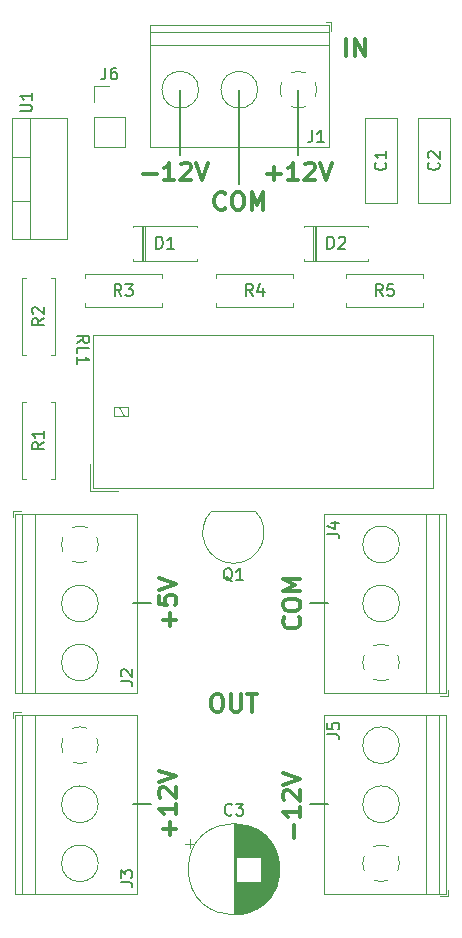
<source format=gbr>
G04 #@! TF.GenerationSoftware,KiCad,Pcbnew,(5.0.0)*
G04 #@! TF.CreationDate,2018-11-09T21:51:42+01:00*
G04 #@! TF.ProjectId,PSUCompanion,505355436F6D70616E696F6E2E6B6963,rev?*
G04 #@! TF.SameCoordinates,Original*
G04 #@! TF.FileFunction,Legend,Top*
G04 #@! TF.FilePolarity,Positive*
%FSLAX46Y46*%
G04 Gerber Fmt 4.6, Leading zero omitted, Abs format (unit mm)*
G04 Created by KiCad (PCBNEW (5.0.0)) date 11/09/18 21:51:42*
%MOMM*%
%LPD*%
G01*
G04 APERTURE LIST*
%ADD10C,0.150000*%
%ADD11C,0.300000*%
%ADD12C,0.120000*%
G04 APERTURE END LIST*
D10*
X43000000Y-83500000D02*
X44500000Y-83500000D01*
X28000000Y-83500000D02*
X29500000Y-83500000D01*
X28000000Y-66500000D02*
X29500000Y-66500000D01*
X43000000Y-66500000D02*
X44500000Y-66500000D01*
X42000000Y-28500000D02*
X42000000Y-23000000D01*
X37000000Y-31000000D02*
X37000000Y-23000000D01*
X32000000Y-28500000D02*
X32000000Y-23000000D01*
D11*
X35821428Y-33035714D02*
X35750000Y-33107142D01*
X35535714Y-33178571D01*
X35392857Y-33178571D01*
X35178571Y-33107142D01*
X35035714Y-32964285D01*
X34964285Y-32821428D01*
X34892857Y-32535714D01*
X34892857Y-32321428D01*
X34964285Y-32035714D01*
X35035714Y-31892857D01*
X35178571Y-31750000D01*
X35392857Y-31678571D01*
X35535714Y-31678571D01*
X35750000Y-31750000D01*
X35821428Y-31821428D01*
X36750000Y-31678571D02*
X37035714Y-31678571D01*
X37178571Y-31750000D01*
X37321428Y-31892857D01*
X37392857Y-32178571D01*
X37392857Y-32678571D01*
X37321428Y-32964285D01*
X37178571Y-33107142D01*
X37035714Y-33178571D01*
X36750000Y-33178571D01*
X36607142Y-33107142D01*
X36464285Y-32964285D01*
X36392857Y-32678571D01*
X36392857Y-32178571D01*
X36464285Y-31892857D01*
X36607142Y-31750000D01*
X36750000Y-31678571D01*
X38035714Y-33178571D02*
X38035714Y-31678571D01*
X38535714Y-32750000D01*
X39035714Y-31678571D01*
X39035714Y-33178571D01*
X35000000Y-74178571D02*
X35285714Y-74178571D01*
X35428571Y-74250000D01*
X35571428Y-74392857D01*
X35642857Y-74678571D01*
X35642857Y-75178571D01*
X35571428Y-75464285D01*
X35428571Y-75607142D01*
X35285714Y-75678571D01*
X35000000Y-75678571D01*
X34857142Y-75607142D01*
X34714285Y-75464285D01*
X34642857Y-75178571D01*
X34642857Y-74678571D01*
X34714285Y-74392857D01*
X34857142Y-74250000D01*
X35000000Y-74178571D01*
X36285714Y-74178571D02*
X36285714Y-75392857D01*
X36357142Y-75535714D01*
X36428571Y-75607142D01*
X36571428Y-75678571D01*
X36857142Y-75678571D01*
X37000000Y-75607142D01*
X37071428Y-75535714D01*
X37142857Y-75392857D01*
X37142857Y-74178571D01*
X37642857Y-74178571D02*
X38500000Y-74178571D01*
X38071428Y-75678571D02*
X38071428Y-74178571D01*
X46052142Y-20178571D02*
X46052142Y-18678571D01*
X46766428Y-20178571D02*
X46766428Y-18678571D01*
X47623571Y-20178571D01*
X47623571Y-18678571D01*
X28857142Y-30107142D02*
X30000000Y-30107142D01*
X31500000Y-30678571D02*
X30642857Y-30678571D01*
X31071428Y-30678571D02*
X31071428Y-29178571D01*
X30928571Y-29392857D01*
X30785714Y-29535714D01*
X30642857Y-29607142D01*
X32071428Y-29321428D02*
X32142857Y-29250000D01*
X32285714Y-29178571D01*
X32642857Y-29178571D01*
X32785714Y-29250000D01*
X32857142Y-29321428D01*
X32928571Y-29464285D01*
X32928571Y-29607142D01*
X32857142Y-29821428D01*
X32000000Y-30678571D01*
X32928571Y-30678571D01*
X33357142Y-29178571D02*
X33857142Y-30678571D01*
X34357142Y-29178571D01*
X39357142Y-30107142D02*
X40500000Y-30107142D01*
X39928571Y-30678571D02*
X39928571Y-29535714D01*
X42000000Y-30678571D02*
X41142857Y-30678571D01*
X41571428Y-30678571D02*
X41571428Y-29178571D01*
X41428571Y-29392857D01*
X41285714Y-29535714D01*
X41142857Y-29607142D01*
X42571428Y-29321428D02*
X42642857Y-29250000D01*
X42785714Y-29178571D01*
X43142857Y-29178571D01*
X43285714Y-29250000D01*
X43357142Y-29321428D01*
X43428571Y-29464285D01*
X43428571Y-29607142D01*
X43357142Y-29821428D01*
X42500000Y-30678571D01*
X43428571Y-30678571D01*
X43857142Y-29178571D02*
X44357142Y-30678571D01*
X44857142Y-29178571D01*
X31107142Y-68428571D02*
X31107142Y-67285714D01*
X31678571Y-67857142D02*
X30535714Y-67857142D01*
X30178571Y-65857142D02*
X30178571Y-66571428D01*
X30892857Y-66642857D01*
X30821428Y-66571428D01*
X30750000Y-66428571D01*
X30750000Y-66071428D01*
X30821428Y-65928571D01*
X30892857Y-65857142D01*
X31035714Y-65785714D01*
X31392857Y-65785714D01*
X31535714Y-65857142D01*
X31607142Y-65928571D01*
X31678571Y-66071428D01*
X31678571Y-66428571D01*
X31607142Y-66571428D01*
X31535714Y-66642857D01*
X30178571Y-65357142D02*
X31678571Y-64857142D01*
X30178571Y-64357142D01*
X31107142Y-86142857D02*
X31107142Y-85000000D01*
X31678571Y-85571428D02*
X30535714Y-85571428D01*
X31678571Y-83500000D02*
X31678571Y-84357142D01*
X31678571Y-83928571D02*
X30178571Y-83928571D01*
X30392857Y-84071428D01*
X30535714Y-84214285D01*
X30607142Y-84357142D01*
X30321428Y-82928571D02*
X30250000Y-82857142D01*
X30178571Y-82714285D01*
X30178571Y-82357142D01*
X30250000Y-82214285D01*
X30321428Y-82142857D01*
X30464285Y-82071428D01*
X30607142Y-82071428D01*
X30821428Y-82142857D01*
X31678571Y-83000000D01*
X31678571Y-82071428D01*
X30178571Y-81642857D02*
X31678571Y-81142857D01*
X30178571Y-80642857D01*
X42035714Y-67678571D02*
X42107142Y-67750000D01*
X42178571Y-67964285D01*
X42178571Y-68107142D01*
X42107142Y-68321428D01*
X41964285Y-68464285D01*
X41821428Y-68535714D01*
X41535714Y-68607142D01*
X41321428Y-68607142D01*
X41035714Y-68535714D01*
X40892857Y-68464285D01*
X40750000Y-68321428D01*
X40678571Y-68107142D01*
X40678571Y-67964285D01*
X40750000Y-67750000D01*
X40821428Y-67678571D01*
X40678571Y-66750000D02*
X40678571Y-66464285D01*
X40750000Y-66321428D01*
X40892857Y-66178571D01*
X41178571Y-66107142D01*
X41678571Y-66107142D01*
X41964285Y-66178571D01*
X42107142Y-66321428D01*
X42178571Y-66464285D01*
X42178571Y-66750000D01*
X42107142Y-66892857D01*
X41964285Y-67035714D01*
X41678571Y-67107142D01*
X41178571Y-67107142D01*
X40892857Y-67035714D01*
X40750000Y-66892857D01*
X40678571Y-66750000D01*
X42178571Y-65464285D02*
X40678571Y-65464285D01*
X41750000Y-64964285D01*
X40678571Y-64464285D01*
X42178571Y-64464285D01*
X41607142Y-86392857D02*
X41607142Y-85250000D01*
X42178571Y-83750000D02*
X42178571Y-84607142D01*
X42178571Y-84178571D02*
X40678571Y-84178571D01*
X40892857Y-84321428D01*
X41035714Y-84464285D01*
X41107142Y-84607142D01*
X40821428Y-83178571D02*
X40750000Y-83107142D01*
X40678571Y-82964285D01*
X40678571Y-82607142D01*
X40750000Y-82464285D01*
X40821428Y-82392857D01*
X40964285Y-82321428D01*
X41107142Y-82321428D01*
X41321428Y-82392857D01*
X42178571Y-83250000D01*
X42178571Y-82321428D01*
X40678571Y-81892857D02*
X42178571Y-81392857D01*
X40678571Y-80892857D01*
D12*
G04 #@! TO.C,R3*
X23920000Y-38960000D02*
X23920000Y-38630000D01*
X23920000Y-38630000D02*
X30460000Y-38630000D01*
X30460000Y-38630000D02*
X30460000Y-38960000D01*
X23920000Y-41040000D02*
X23920000Y-41370000D01*
X23920000Y-41370000D02*
X30460000Y-41370000D01*
X30460000Y-41370000D02*
X30460000Y-41040000D01*
G04 #@! TO.C,R2*
X18630000Y-45460000D02*
X18960000Y-45460000D01*
X18630000Y-38920000D02*
X18630000Y-45460000D01*
X18960000Y-38920000D02*
X18630000Y-38920000D01*
X21370000Y-45460000D02*
X21040000Y-45460000D01*
X21370000Y-38920000D02*
X21370000Y-45460000D01*
X21040000Y-38920000D02*
X21370000Y-38920000D01*
G04 #@! TO.C,J3*
X17800000Y-75700000D02*
X17800000Y-76200000D01*
X18540000Y-75700000D02*
X17800000Y-75700000D01*
X28360000Y-91060000D02*
X18040000Y-91060000D01*
X28360000Y-75940000D02*
X18040000Y-75940000D01*
X18040000Y-75940000D02*
X18040000Y-91060000D01*
X28360000Y-75940000D02*
X28360000Y-91060000D01*
X19700000Y-75940000D02*
X19700000Y-91060000D01*
X18600000Y-75940000D02*
X18600000Y-91060000D01*
X25055000Y-88500000D02*
G75*
G03X25055000Y-88500000I-1555000J0D01*
G01*
X25055000Y-83500000D02*
G75*
G03X25055000Y-83500000I-1555000J0D01*
G01*
X21944508Y-78527011D02*
G75*
G02X22068000Y-77892000I1555492J27011D01*
G01*
X22892258Y-77067891D02*
G75*
G02X24108000Y-77068000I607742J-1432109D01*
G01*
X24932109Y-77892258D02*
G75*
G02X24932000Y-79108000I-1432109J-607742D01*
G01*
X24107742Y-79932109D02*
G75*
G02X22892000Y-79932000I-607742J1432109D01*
G01*
X22068615Y-79107587D02*
G75*
G02X21945000Y-78500000I1431385J607587D01*
G01*
G04 #@! TO.C,U1*
X17730000Y-35660000D02*
X17730000Y-25420000D01*
X22371000Y-35660000D02*
X22371000Y-25420000D01*
X17730000Y-35660000D02*
X22371000Y-35660000D01*
X17730000Y-25420000D02*
X22371000Y-25420000D01*
X19240000Y-35660000D02*
X19240000Y-25420000D01*
X17730000Y-32390000D02*
X19240000Y-32390000D01*
X17730000Y-28689000D02*
X19240000Y-28689000D01*
G04 #@! TO.C,J2*
X17800000Y-58700000D02*
X17800000Y-59200000D01*
X18540000Y-58700000D02*
X17800000Y-58700000D01*
X28360000Y-74060000D02*
X18040000Y-74060000D01*
X28360000Y-58940000D02*
X18040000Y-58940000D01*
X18040000Y-58940000D02*
X18040000Y-74060000D01*
X28360000Y-58940000D02*
X28360000Y-74060000D01*
X19700000Y-58940000D02*
X19700000Y-74060000D01*
X18600000Y-58940000D02*
X18600000Y-74060000D01*
X25055000Y-71500000D02*
G75*
G03X25055000Y-71500000I-1555000J0D01*
G01*
X25055000Y-66500000D02*
G75*
G03X25055000Y-66500000I-1555000J0D01*
G01*
X21944508Y-61527011D02*
G75*
G02X22068000Y-60892000I1555492J27011D01*
G01*
X22892258Y-60067891D02*
G75*
G02X24108000Y-60068000I607742J-1432109D01*
G01*
X24932109Y-60892258D02*
G75*
G02X24932000Y-62108000I-1432109J-607742D01*
G01*
X24107742Y-62932109D02*
G75*
G02X22892000Y-62932000I-607742J1432109D01*
G01*
X22068615Y-62107587D02*
G75*
G02X21945000Y-61500000I1431385J607587D01*
G01*
G04 #@! TO.C,J4*
X54700000Y-74300000D02*
X54700000Y-73800000D01*
X53960000Y-74300000D02*
X54700000Y-74300000D01*
X44140000Y-58940000D02*
X54460000Y-58940000D01*
X44140000Y-74060000D02*
X54460000Y-74060000D01*
X54460000Y-74060000D02*
X54460000Y-58940000D01*
X44140000Y-74060000D02*
X44140000Y-58940000D01*
X52800000Y-74060000D02*
X52800000Y-58940000D01*
X53900000Y-74060000D02*
X53900000Y-58940000D01*
X50555000Y-61500000D02*
G75*
G03X50555000Y-61500000I-1555000J0D01*
G01*
X50555000Y-66500000D02*
G75*
G03X50555000Y-66500000I-1555000J0D01*
G01*
X50555492Y-71472989D02*
G75*
G02X50432000Y-72108000I-1555492J-27011D01*
G01*
X49607742Y-72932109D02*
G75*
G02X48392000Y-72932000I-607742J1432109D01*
G01*
X47567891Y-72107742D02*
G75*
G02X47568000Y-70892000I1432109J607742D01*
G01*
X48392258Y-70067891D02*
G75*
G02X49608000Y-70068000I607742J-1432109D01*
G01*
X50431385Y-70892413D02*
G75*
G02X50555000Y-71500000I-1431385J-607587D01*
G01*
G04 #@! TO.C,J5*
X54700000Y-91300000D02*
X54700000Y-90800000D01*
X53960000Y-91300000D02*
X54700000Y-91300000D01*
X44140000Y-75940000D02*
X54460000Y-75940000D01*
X44140000Y-91060000D02*
X54460000Y-91060000D01*
X54460000Y-91060000D02*
X54460000Y-75940000D01*
X44140000Y-91060000D02*
X44140000Y-75940000D01*
X52800000Y-91060000D02*
X52800000Y-75940000D01*
X53900000Y-91060000D02*
X53900000Y-75940000D01*
X50555000Y-78500000D02*
G75*
G03X50555000Y-78500000I-1555000J0D01*
G01*
X50555000Y-83500000D02*
G75*
G03X50555000Y-83500000I-1555000J0D01*
G01*
X50555492Y-88472989D02*
G75*
G02X50432000Y-89108000I-1555492J-27011D01*
G01*
X49607742Y-89932109D02*
G75*
G02X48392000Y-89932000I-607742J1432109D01*
G01*
X47567891Y-89107742D02*
G75*
G02X47568000Y-87892000I1432109J607742D01*
G01*
X48392258Y-87067891D02*
G75*
G02X49608000Y-87068000I607742J-1432109D01*
G01*
X50431385Y-87892413D02*
G75*
G02X50555000Y-88500000I-1431385J-607587D01*
G01*
G04 #@! TO.C,J1*
X44800000Y-17300000D02*
X44300000Y-17300000D01*
X44800000Y-18040000D02*
X44800000Y-17300000D01*
X29440000Y-27860000D02*
X29440000Y-17540000D01*
X44560000Y-27860000D02*
X44560000Y-17540000D01*
X44560000Y-17540000D02*
X29440000Y-17540000D01*
X44560000Y-27860000D02*
X29440000Y-27860000D01*
X44560000Y-19200000D02*
X29440000Y-19200000D01*
X44560000Y-18100000D02*
X29440000Y-18100000D01*
X33555000Y-23000000D02*
G75*
G03X33555000Y-23000000I-1555000J0D01*
G01*
X38555000Y-23000000D02*
G75*
G03X38555000Y-23000000I-1555000J0D01*
G01*
X41972989Y-21444508D02*
G75*
G02X42608000Y-21568000I27011J-1555492D01*
G01*
X43432109Y-22392258D02*
G75*
G02X43432000Y-23608000I-1432109J-607742D01*
G01*
X42607742Y-24432109D02*
G75*
G02X41392000Y-24432000I-607742J1432109D01*
G01*
X40567891Y-23607742D02*
G75*
G02X40568000Y-22392000I1432109J607742D01*
G01*
X41392413Y-21568615D02*
G75*
G02X42000000Y-21445000I607587J-1431385D01*
G01*
G04 #@! TO.C,RL1*
X53400000Y-43750000D02*
X24600000Y-43750000D01*
X24600000Y-43750000D02*
X24600000Y-56750000D01*
X24600000Y-56750000D02*
X53400000Y-56750000D01*
X53400000Y-56750000D02*
X53400000Y-43750000D01*
X27200000Y-50600000D02*
X26800000Y-49900000D01*
X27600000Y-49900000D02*
X26400000Y-49900000D01*
X26400000Y-49900000D02*
X26400000Y-50600000D01*
X26400000Y-50600000D02*
X27600000Y-50600000D01*
X27600000Y-50600000D02*
X27600000Y-49900000D01*
X26700000Y-56990000D02*
X24360000Y-56990000D01*
X24360000Y-56990000D02*
X24360000Y-54650000D01*
G04 #@! TO.C,C3*
X40420000Y-89000000D02*
G75*
G03X40420000Y-89000000I-3870000J0D01*
G01*
X36550000Y-85170000D02*
X36550000Y-92830000D01*
X36590000Y-85170000D02*
X36590000Y-92830000D01*
X36630000Y-85170000D02*
X36630000Y-92830000D01*
X36670000Y-85171000D02*
X36670000Y-92829000D01*
X36710000Y-85173000D02*
X36710000Y-92827000D01*
X36750000Y-85175000D02*
X36750000Y-92825000D01*
X36790000Y-85177000D02*
X36790000Y-87960000D01*
X36790000Y-90040000D02*
X36790000Y-92823000D01*
X36830000Y-85180000D02*
X36830000Y-87960000D01*
X36830000Y-90040000D02*
X36830000Y-92820000D01*
X36870000Y-85183000D02*
X36870000Y-87960000D01*
X36870000Y-90040000D02*
X36870000Y-92817000D01*
X36910000Y-85186000D02*
X36910000Y-87960000D01*
X36910000Y-90040000D02*
X36910000Y-92814000D01*
X36950000Y-85190000D02*
X36950000Y-87960000D01*
X36950000Y-90040000D02*
X36950000Y-92810000D01*
X36990000Y-85195000D02*
X36990000Y-87960000D01*
X36990000Y-90040000D02*
X36990000Y-92805000D01*
X37030000Y-85199000D02*
X37030000Y-87960000D01*
X37030000Y-90040000D02*
X37030000Y-92801000D01*
X37070000Y-85205000D02*
X37070000Y-87960000D01*
X37070000Y-90040000D02*
X37070000Y-92795000D01*
X37110000Y-85210000D02*
X37110000Y-87960000D01*
X37110000Y-90040000D02*
X37110000Y-92790000D01*
X37150000Y-85216000D02*
X37150000Y-87960000D01*
X37150000Y-90040000D02*
X37150000Y-92784000D01*
X37190000Y-85223000D02*
X37190000Y-87960000D01*
X37190000Y-90040000D02*
X37190000Y-92777000D01*
X37230000Y-85230000D02*
X37230000Y-87960000D01*
X37230000Y-90040000D02*
X37230000Y-92770000D01*
X37271000Y-85237000D02*
X37271000Y-87960000D01*
X37271000Y-90040000D02*
X37271000Y-92763000D01*
X37311000Y-85245000D02*
X37311000Y-87960000D01*
X37311000Y-90040000D02*
X37311000Y-92755000D01*
X37351000Y-85253000D02*
X37351000Y-87960000D01*
X37351000Y-90040000D02*
X37351000Y-92747000D01*
X37391000Y-85262000D02*
X37391000Y-87960000D01*
X37391000Y-90040000D02*
X37391000Y-92738000D01*
X37431000Y-85271000D02*
X37431000Y-87960000D01*
X37431000Y-90040000D02*
X37431000Y-92729000D01*
X37471000Y-85280000D02*
X37471000Y-87960000D01*
X37471000Y-90040000D02*
X37471000Y-92720000D01*
X37511000Y-85290000D02*
X37511000Y-87960000D01*
X37511000Y-90040000D02*
X37511000Y-92710000D01*
X37551000Y-85301000D02*
X37551000Y-87960000D01*
X37551000Y-90040000D02*
X37551000Y-92699000D01*
X37591000Y-85312000D02*
X37591000Y-87960000D01*
X37591000Y-90040000D02*
X37591000Y-92688000D01*
X37631000Y-85323000D02*
X37631000Y-87960000D01*
X37631000Y-90040000D02*
X37631000Y-92677000D01*
X37671000Y-85335000D02*
X37671000Y-87960000D01*
X37671000Y-90040000D02*
X37671000Y-92665000D01*
X37711000Y-85347000D02*
X37711000Y-87960000D01*
X37711000Y-90040000D02*
X37711000Y-92653000D01*
X37751000Y-85360000D02*
X37751000Y-87960000D01*
X37751000Y-90040000D02*
X37751000Y-92640000D01*
X37791000Y-85374000D02*
X37791000Y-87960000D01*
X37791000Y-90040000D02*
X37791000Y-92626000D01*
X37831000Y-85387000D02*
X37831000Y-87960000D01*
X37831000Y-90040000D02*
X37831000Y-92613000D01*
X37871000Y-85402000D02*
X37871000Y-87960000D01*
X37871000Y-90040000D02*
X37871000Y-92598000D01*
X37911000Y-85416000D02*
X37911000Y-87960000D01*
X37911000Y-90040000D02*
X37911000Y-92584000D01*
X37951000Y-85432000D02*
X37951000Y-87960000D01*
X37951000Y-90040000D02*
X37951000Y-92568000D01*
X37991000Y-85447000D02*
X37991000Y-87960000D01*
X37991000Y-90040000D02*
X37991000Y-92553000D01*
X38031000Y-85464000D02*
X38031000Y-87960000D01*
X38031000Y-90040000D02*
X38031000Y-92536000D01*
X38071000Y-85480000D02*
X38071000Y-87960000D01*
X38071000Y-90040000D02*
X38071000Y-92520000D01*
X38111000Y-85498000D02*
X38111000Y-87960000D01*
X38111000Y-90040000D02*
X38111000Y-92502000D01*
X38151000Y-85516000D02*
X38151000Y-87960000D01*
X38151000Y-90040000D02*
X38151000Y-92484000D01*
X38191000Y-85534000D02*
X38191000Y-87960000D01*
X38191000Y-90040000D02*
X38191000Y-92466000D01*
X38231000Y-85553000D02*
X38231000Y-87960000D01*
X38231000Y-90040000D02*
X38231000Y-92447000D01*
X38271000Y-85573000D02*
X38271000Y-87960000D01*
X38271000Y-90040000D02*
X38271000Y-92427000D01*
X38311000Y-85593000D02*
X38311000Y-87960000D01*
X38311000Y-90040000D02*
X38311000Y-92407000D01*
X38351000Y-85614000D02*
X38351000Y-87960000D01*
X38351000Y-90040000D02*
X38351000Y-92386000D01*
X38391000Y-85635000D02*
X38391000Y-87960000D01*
X38391000Y-90040000D02*
X38391000Y-92365000D01*
X38431000Y-85657000D02*
X38431000Y-87960000D01*
X38431000Y-90040000D02*
X38431000Y-92343000D01*
X38471000Y-85679000D02*
X38471000Y-87960000D01*
X38471000Y-90040000D02*
X38471000Y-92321000D01*
X38511000Y-85703000D02*
X38511000Y-87960000D01*
X38511000Y-90040000D02*
X38511000Y-92297000D01*
X38551000Y-85726000D02*
X38551000Y-87960000D01*
X38551000Y-90040000D02*
X38551000Y-92274000D01*
X38591000Y-85751000D02*
X38591000Y-87960000D01*
X38591000Y-90040000D02*
X38591000Y-92249000D01*
X38631000Y-85776000D02*
X38631000Y-87960000D01*
X38631000Y-90040000D02*
X38631000Y-92224000D01*
X38671000Y-85802000D02*
X38671000Y-87960000D01*
X38671000Y-90040000D02*
X38671000Y-92198000D01*
X38711000Y-85828000D02*
X38711000Y-87960000D01*
X38711000Y-90040000D02*
X38711000Y-92172000D01*
X38751000Y-85856000D02*
X38751000Y-87960000D01*
X38751000Y-90040000D02*
X38751000Y-92144000D01*
X38791000Y-85884000D02*
X38791000Y-87960000D01*
X38791000Y-90040000D02*
X38791000Y-92116000D01*
X38831000Y-85912000D02*
X38831000Y-87960000D01*
X38831000Y-90040000D02*
X38831000Y-92088000D01*
X38871000Y-85942000D02*
X38871000Y-92058000D01*
X38911000Y-85972000D02*
X38911000Y-92028000D01*
X38951000Y-86004000D02*
X38951000Y-91996000D01*
X38991000Y-86036000D02*
X38991000Y-91964000D01*
X39031000Y-86069000D02*
X39031000Y-91931000D01*
X39071000Y-86102000D02*
X39071000Y-91898000D01*
X39111000Y-86137000D02*
X39111000Y-91863000D01*
X39151000Y-86173000D02*
X39151000Y-91827000D01*
X39191000Y-86210000D02*
X39191000Y-91790000D01*
X39231000Y-86248000D02*
X39231000Y-91752000D01*
X39271000Y-86287000D02*
X39271000Y-91713000D01*
X39311000Y-86327000D02*
X39311000Y-91673000D01*
X39351000Y-86368000D02*
X39351000Y-91632000D01*
X39391000Y-86411000D02*
X39391000Y-91589000D01*
X39431000Y-86454000D02*
X39431000Y-91546000D01*
X39471000Y-86500000D02*
X39471000Y-91500000D01*
X39511000Y-86546000D02*
X39511000Y-91454000D01*
X39551000Y-86595000D02*
X39551000Y-91405000D01*
X39591000Y-86645000D02*
X39591000Y-91355000D01*
X39631000Y-86696000D02*
X39631000Y-91304000D01*
X39671000Y-86750000D02*
X39671000Y-91250000D01*
X39711000Y-86805000D02*
X39711000Y-91195000D01*
X39751000Y-86863000D02*
X39751000Y-91137000D01*
X39791000Y-86923000D02*
X39791000Y-91077000D01*
X39831000Y-86986000D02*
X39831000Y-91014000D01*
X39871000Y-87051000D02*
X39871000Y-90949000D01*
X39911000Y-87119000D02*
X39911000Y-90881000D01*
X39951000Y-87191000D02*
X39951000Y-90809000D01*
X39991000Y-87267000D02*
X39991000Y-90733000D01*
X40031000Y-87346000D02*
X40031000Y-90654000D01*
X40071000Y-87431000D02*
X40071000Y-90569000D01*
X40111000Y-87522000D02*
X40111000Y-90478000D01*
X40151000Y-87619000D02*
X40151000Y-90381000D01*
X40191000Y-87725000D02*
X40191000Y-90275000D01*
X40231000Y-87842000D02*
X40231000Y-90158000D01*
X40271000Y-87972000D02*
X40271000Y-90028000D01*
X40311000Y-88123000D02*
X40311000Y-89877000D01*
X40351000Y-88307000D02*
X40351000Y-89693000D01*
X40391000Y-88559000D02*
X40391000Y-89441000D01*
X32407789Y-86825000D02*
X33157789Y-86825000D01*
X32782789Y-86450000D02*
X32782789Y-87200000D01*
G04 #@! TO.C,Q1*
X38300000Y-58650000D02*
X34700000Y-58650000D01*
X38338478Y-58661522D02*
G75*
G02X36500000Y-63100000I-1838478J-1838478D01*
G01*
X34661522Y-58661522D02*
G75*
G03X36500000Y-63100000I1838478J-1838478D01*
G01*
G04 #@! TO.C,C1*
X47630000Y-32620000D02*
X47630000Y-25380000D01*
X50370000Y-32620000D02*
X50370000Y-25380000D01*
X47630000Y-32620000D02*
X50370000Y-32620000D01*
X47630000Y-25380000D02*
X50370000Y-25380000D01*
G04 #@! TO.C,C2*
X52130000Y-25380000D02*
X54870000Y-25380000D01*
X52130000Y-32620000D02*
X54870000Y-32620000D01*
X54870000Y-32620000D02*
X54870000Y-25380000D01*
X52130000Y-32620000D02*
X52130000Y-25380000D01*
G04 #@! TO.C,D1*
X27970000Y-34660000D02*
X27970000Y-34530000D01*
X27970000Y-34530000D02*
X33410000Y-34530000D01*
X33410000Y-34530000D02*
X33410000Y-34660000D01*
X27970000Y-37340000D02*
X27970000Y-37470000D01*
X27970000Y-37470000D02*
X33410000Y-37470000D01*
X33410000Y-37470000D02*
X33410000Y-37340000D01*
X28870000Y-34530000D02*
X28870000Y-37470000D01*
X28990000Y-34530000D02*
X28990000Y-37470000D01*
X28750000Y-34530000D02*
X28750000Y-37470000D01*
G04 #@! TO.C,D2*
X43250000Y-34530000D02*
X43250000Y-37470000D01*
X43490000Y-34530000D02*
X43490000Y-37470000D01*
X43370000Y-34530000D02*
X43370000Y-37470000D01*
X47910000Y-37470000D02*
X47910000Y-37340000D01*
X42470000Y-37470000D02*
X47910000Y-37470000D01*
X42470000Y-37340000D02*
X42470000Y-37470000D01*
X47910000Y-34530000D02*
X47910000Y-34660000D01*
X42470000Y-34530000D02*
X47910000Y-34530000D01*
X42470000Y-34660000D02*
X42470000Y-34530000D01*
G04 #@! TO.C,R1*
X21370000Y-49420000D02*
X21040000Y-49420000D01*
X21370000Y-55960000D02*
X21370000Y-49420000D01*
X21040000Y-55960000D02*
X21370000Y-55960000D01*
X18630000Y-49420000D02*
X18960000Y-49420000D01*
X18630000Y-55960000D02*
X18630000Y-49420000D01*
X18960000Y-55960000D02*
X18630000Y-55960000D01*
G04 #@! TO.C,R4*
X35040000Y-38960000D02*
X35040000Y-38630000D01*
X35040000Y-38630000D02*
X41580000Y-38630000D01*
X41580000Y-38630000D02*
X41580000Y-38960000D01*
X35040000Y-41040000D02*
X35040000Y-41370000D01*
X35040000Y-41370000D02*
X41580000Y-41370000D01*
X41580000Y-41370000D02*
X41580000Y-41040000D01*
G04 #@! TO.C,R5*
X46040000Y-38960000D02*
X46040000Y-38630000D01*
X46040000Y-38630000D02*
X52580000Y-38630000D01*
X52580000Y-38630000D02*
X52580000Y-38960000D01*
X46040000Y-41040000D02*
X46040000Y-41370000D01*
X46040000Y-41370000D02*
X52580000Y-41370000D01*
X52580000Y-41370000D02*
X52580000Y-41040000D01*
G04 #@! TO.C,J6*
X24670000Y-27870000D02*
X27330000Y-27870000D01*
X24670000Y-25270000D02*
X24670000Y-27870000D01*
X27330000Y-25270000D02*
X27330000Y-27870000D01*
X24670000Y-25270000D02*
X27330000Y-25270000D01*
X24670000Y-24000000D02*
X24670000Y-22670000D01*
X24670000Y-22670000D02*
X26000000Y-22670000D01*
G04 #@! TO.C,R3*
D10*
X27023333Y-40452380D02*
X26690000Y-39976190D01*
X26451904Y-40452380D02*
X26451904Y-39452380D01*
X26832857Y-39452380D01*
X26928095Y-39500000D01*
X26975714Y-39547619D01*
X27023333Y-39642857D01*
X27023333Y-39785714D01*
X26975714Y-39880952D01*
X26928095Y-39928571D01*
X26832857Y-39976190D01*
X26451904Y-39976190D01*
X27356666Y-39452380D02*
X27975714Y-39452380D01*
X27642380Y-39833333D01*
X27785238Y-39833333D01*
X27880476Y-39880952D01*
X27928095Y-39928571D01*
X27975714Y-40023809D01*
X27975714Y-40261904D01*
X27928095Y-40357142D01*
X27880476Y-40404761D01*
X27785238Y-40452380D01*
X27499523Y-40452380D01*
X27404285Y-40404761D01*
X27356666Y-40357142D01*
G04 #@! TO.C,R2*
X20452380Y-42356666D02*
X19976190Y-42690000D01*
X20452380Y-42928095D02*
X19452380Y-42928095D01*
X19452380Y-42547142D01*
X19500000Y-42451904D01*
X19547619Y-42404285D01*
X19642857Y-42356666D01*
X19785714Y-42356666D01*
X19880952Y-42404285D01*
X19928571Y-42451904D01*
X19976190Y-42547142D01*
X19976190Y-42928095D01*
X19547619Y-41975714D02*
X19500000Y-41928095D01*
X19452380Y-41832857D01*
X19452380Y-41594761D01*
X19500000Y-41499523D01*
X19547619Y-41451904D01*
X19642857Y-41404285D01*
X19738095Y-41404285D01*
X19880952Y-41451904D01*
X20452380Y-42023333D01*
X20452380Y-41404285D01*
G04 #@! TO.C,J3*
X26952380Y-90083333D02*
X27666666Y-90083333D01*
X27809523Y-90130952D01*
X27904761Y-90226190D01*
X27952380Y-90369047D01*
X27952380Y-90464285D01*
X26952380Y-89702380D02*
X26952380Y-89083333D01*
X27333333Y-89416666D01*
X27333333Y-89273809D01*
X27380952Y-89178571D01*
X27428571Y-89130952D01*
X27523809Y-89083333D01*
X27761904Y-89083333D01*
X27857142Y-89130952D01*
X27904761Y-89178571D01*
X27952380Y-89273809D01*
X27952380Y-89559523D01*
X27904761Y-89654761D01*
X27857142Y-89702380D01*
G04 #@! TO.C,U1*
X18452380Y-24841904D02*
X19261904Y-24841904D01*
X19357142Y-24794285D01*
X19404761Y-24746666D01*
X19452380Y-24651428D01*
X19452380Y-24460952D01*
X19404761Y-24365714D01*
X19357142Y-24318095D01*
X19261904Y-24270476D01*
X18452380Y-24270476D01*
X19452380Y-23270476D02*
X19452380Y-23841904D01*
X19452380Y-23556190D02*
X18452380Y-23556190D01*
X18595238Y-23651428D01*
X18690476Y-23746666D01*
X18738095Y-23841904D01*
G04 #@! TO.C,J2*
X26952380Y-73083333D02*
X27666666Y-73083333D01*
X27809523Y-73130952D01*
X27904761Y-73226190D01*
X27952380Y-73369047D01*
X27952380Y-73464285D01*
X27047619Y-72654761D02*
X27000000Y-72607142D01*
X26952380Y-72511904D01*
X26952380Y-72273809D01*
X27000000Y-72178571D01*
X27047619Y-72130952D01*
X27142857Y-72083333D01*
X27238095Y-72083333D01*
X27380952Y-72130952D01*
X27952380Y-72702380D01*
X27952380Y-72083333D01*
G04 #@! TO.C,J4*
X44452380Y-60583333D02*
X45166666Y-60583333D01*
X45309523Y-60630952D01*
X45404761Y-60726190D01*
X45452380Y-60869047D01*
X45452380Y-60964285D01*
X44785714Y-59678571D02*
X45452380Y-59678571D01*
X44404761Y-59916666D02*
X45119047Y-60154761D01*
X45119047Y-59535714D01*
G04 #@! TO.C,J5*
X44452380Y-77583333D02*
X45166666Y-77583333D01*
X45309523Y-77630952D01*
X45404761Y-77726190D01*
X45452380Y-77869047D01*
X45452380Y-77964285D01*
X44452380Y-76630952D02*
X44452380Y-77107142D01*
X44928571Y-77154761D01*
X44880952Y-77107142D01*
X44833333Y-77011904D01*
X44833333Y-76773809D01*
X44880952Y-76678571D01*
X44928571Y-76630952D01*
X45023809Y-76583333D01*
X45261904Y-76583333D01*
X45357142Y-76630952D01*
X45404761Y-76678571D01*
X45452380Y-76773809D01*
X45452380Y-77011904D01*
X45404761Y-77107142D01*
X45357142Y-77154761D01*
G04 #@! TO.C,J1*
X43166666Y-26452380D02*
X43166666Y-27166666D01*
X43119047Y-27309523D01*
X43023809Y-27404761D01*
X42880952Y-27452380D01*
X42785714Y-27452380D01*
X44166666Y-27452380D02*
X43595238Y-27452380D01*
X43880952Y-27452380D02*
X43880952Y-26452380D01*
X43785714Y-26595238D01*
X43690476Y-26690476D01*
X43595238Y-26738095D01*
G04 #@! TO.C,RL1*
X23297619Y-44428571D02*
X23773809Y-44095238D01*
X23297619Y-43857142D02*
X24297619Y-43857142D01*
X24297619Y-44238095D01*
X24250000Y-44333333D01*
X24202380Y-44380952D01*
X24107142Y-44428571D01*
X23964285Y-44428571D01*
X23869047Y-44380952D01*
X23821428Y-44333333D01*
X23773809Y-44238095D01*
X23773809Y-43857142D01*
X23297619Y-45333333D02*
X23297619Y-44857142D01*
X24297619Y-44857142D01*
X23297619Y-46190476D02*
X23297619Y-45619047D01*
X23297619Y-45904761D02*
X24297619Y-45904761D01*
X24154761Y-45809523D01*
X24059523Y-45714285D01*
X24011904Y-45619047D01*
G04 #@! TO.C,C3*
X36383333Y-84357142D02*
X36335714Y-84404761D01*
X36192857Y-84452380D01*
X36097619Y-84452380D01*
X35954761Y-84404761D01*
X35859523Y-84309523D01*
X35811904Y-84214285D01*
X35764285Y-84023809D01*
X35764285Y-83880952D01*
X35811904Y-83690476D01*
X35859523Y-83595238D01*
X35954761Y-83500000D01*
X36097619Y-83452380D01*
X36192857Y-83452380D01*
X36335714Y-83500000D01*
X36383333Y-83547619D01*
X36716666Y-83452380D02*
X37335714Y-83452380D01*
X37002380Y-83833333D01*
X37145238Y-83833333D01*
X37240476Y-83880952D01*
X37288095Y-83928571D01*
X37335714Y-84023809D01*
X37335714Y-84261904D01*
X37288095Y-84357142D01*
X37240476Y-84404761D01*
X37145238Y-84452380D01*
X36859523Y-84452380D01*
X36764285Y-84404761D01*
X36716666Y-84357142D01*
G04 #@! TO.C,Q1*
X36404761Y-64607619D02*
X36309523Y-64560000D01*
X36214285Y-64464761D01*
X36071428Y-64321904D01*
X35976190Y-64274285D01*
X35880952Y-64274285D01*
X35928571Y-64512380D02*
X35833333Y-64464761D01*
X35738095Y-64369523D01*
X35690476Y-64179047D01*
X35690476Y-63845714D01*
X35738095Y-63655238D01*
X35833333Y-63560000D01*
X35928571Y-63512380D01*
X36119047Y-63512380D01*
X36214285Y-63560000D01*
X36309523Y-63655238D01*
X36357142Y-63845714D01*
X36357142Y-64179047D01*
X36309523Y-64369523D01*
X36214285Y-64464761D01*
X36119047Y-64512380D01*
X35928571Y-64512380D01*
X37309523Y-64512380D02*
X36738095Y-64512380D01*
X37023809Y-64512380D02*
X37023809Y-63512380D01*
X36928571Y-63655238D01*
X36833333Y-63750476D01*
X36738095Y-63798095D01*
G04 #@! TO.C,C1*
X49357142Y-29166666D02*
X49404761Y-29214285D01*
X49452380Y-29357142D01*
X49452380Y-29452380D01*
X49404761Y-29595238D01*
X49309523Y-29690476D01*
X49214285Y-29738095D01*
X49023809Y-29785714D01*
X48880952Y-29785714D01*
X48690476Y-29738095D01*
X48595238Y-29690476D01*
X48500000Y-29595238D01*
X48452380Y-29452380D01*
X48452380Y-29357142D01*
X48500000Y-29214285D01*
X48547619Y-29166666D01*
X49452380Y-28214285D02*
X49452380Y-28785714D01*
X49452380Y-28500000D02*
X48452380Y-28500000D01*
X48595238Y-28595238D01*
X48690476Y-28690476D01*
X48738095Y-28785714D01*
G04 #@! TO.C,C2*
X53857142Y-29166666D02*
X53904761Y-29214285D01*
X53952380Y-29357142D01*
X53952380Y-29452380D01*
X53904761Y-29595238D01*
X53809523Y-29690476D01*
X53714285Y-29738095D01*
X53523809Y-29785714D01*
X53380952Y-29785714D01*
X53190476Y-29738095D01*
X53095238Y-29690476D01*
X53000000Y-29595238D01*
X52952380Y-29452380D01*
X52952380Y-29357142D01*
X53000000Y-29214285D01*
X53047619Y-29166666D01*
X53047619Y-28785714D02*
X53000000Y-28738095D01*
X52952380Y-28642857D01*
X52952380Y-28404761D01*
X53000000Y-28309523D01*
X53047619Y-28261904D01*
X53142857Y-28214285D01*
X53238095Y-28214285D01*
X53380952Y-28261904D01*
X53952380Y-28833333D01*
X53952380Y-28214285D01*
G04 #@! TO.C,D1*
X29951904Y-36452380D02*
X29951904Y-35452380D01*
X30190000Y-35452380D01*
X30332857Y-35500000D01*
X30428095Y-35595238D01*
X30475714Y-35690476D01*
X30523333Y-35880952D01*
X30523333Y-36023809D01*
X30475714Y-36214285D01*
X30428095Y-36309523D01*
X30332857Y-36404761D01*
X30190000Y-36452380D01*
X29951904Y-36452380D01*
X31475714Y-36452380D02*
X30904285Y-36452380D01*
X31190000Y-36452380D02*
X31190000Y-35452380D01*
X31094761Y-35595238D01*
X30999523Y-35690476D01*
X30904285Y-35738095D01*
G04 #@! TO.C,D2*
X44451904Y-36452380D02*
X44451904Y-35452380D01*
X44690000Y-35452380D01*
X44832857Y-35500000D01*
X44928095Y-35595238D01*
X44975714Y-35690476D01*
X45023333Y-35880952D01*
X45023333Y-36023809D01*
X44975714Y-36214285D01*
X44928095Y-36309523D01*
X44832857Y-36404761D01*
X44690000Y-36452380D01*
X44451904Y-36452380D01*
X45404285Y-35547619D02*
X45451904Y-35500000D01*
X45547142Y-35452380D01*
X45785238Y-35452380D01*
X45880476Y-35500000D01*
X45928095Y-35547619D01*
X45975714Y-35642857D01*
X45975714Y-35738095D01*
X45928095Y-35880952D01*
X45356666Y-36452380D01*
X45975714Y-36452380D01*
G04 #@! TO.C,R1*
X20452380Y-52856666D02*
X19976190Y-53190000D01*
X20452380Y-53428095D02*
X19452380Y-53428095D01*
X19452380Y-53047142D01*
X19500000Y-52951904D01*
X19547619Y-52904285D01*
X19642857Y-52856666D01*
X19785714Y-52856666D01*
X19880952Y-52904285D01*
X19928571Y-52951904D01*
X19976190Y-53047142D01*
X19976190Y-53428095D01*
X20452380Y-51904285D02*
X20452380Y-52475714D01*
X20452380Y-52190000D02*
X19452380Y-52190000D01*
X19595238Y-52285238D01*
X19690476Y-52380476D01*
X19738095Y-52475714D01*
G04 #@! TO.C,R4*
X38143333Y-40452380D02*
X37810000Y-39976190D01*
X37571904Y-40452380D02*
X37571904Y-39452380D01*
X37952857Y-39452380D01*
X38048095Y-39500000D01*
X38095714Y-39547619D01*
X38143333Y-39642857D01*
X38143333Y-39785714D01*
X38095714Y-39880952D01*
X38048095Y-39928571D01*
X37952857Y-39976190D01*
X37571904Y-39976190D01*
X39000476Y-39785714D02*
X39000476Y-40452380D01*
X38762380Y-39404761D02*
X38524285Y-40119047D01*
X39143333Y-40119047D01*
G04 #@! TO.C,R5*
X49143333Y-40452380D02*
X48810000Y-39976190D01*
X48571904Y-40452380D02*
X48571904Y-39452380D01*
X48952857Y-39452380D01*
X49048095Y-39500000D01*
X49095714Y-39547619D01*
X49143333Y-39642857D01*
X49143333Y-39785714D01*
X49095714Y-39880952D01*
X49048095Y-39928571D01*
X48952857Y-39976190D01*
X48571904Y-39976190D01*
X50048095Y-39452380D02*
X49571904Y-39452380D01*
X49524285Y-39928571D01*
X49571904Y-39880952D01*
X49667142Y-39833333D01*
X49905238Y-39833333D01*
X50000476Y-39880952D01*
X50048095Y-39928571D01*
X50095714Y-40023809D01*
X50095714Y-40261904D01*
X50048095Y-40357142D01*
X50000476Y-40404761D01*
X49905238Y-40452380D01*
X49667142Y-40452380D01*
X49571904Y-40404761D01*
X49524285Y-40357142D01*
G04 #@! TO.C,J6*
X25666666Y-21122380D02*
X25666666Y-21836666D01*
X25619047Y-21979523D01*
X25523809Y-22074761D01*
X25380952Y-22122380D01*
X25285714Y-22122380D01*
X26571428Y-21122380D02*
X26380952Y-21122380D01*
X26285714Y-21170000D01*
X26238095Y-21217619D01*
X26142857Y-21360476D01*
X26095238Y-21550952D01*
X26095238Y-21931904D01*
X26142857Y-22027142D01*
X26190476Y-22074761D01*
X26285714Y-22122380D01*
X26476190Y-22122380D01*
X26571428Y-22074761D01*
X26619047Y-22027142D01*
X26666666Y-21931904D01*
X26666666Y-21693809D01*
X26619047Y-21598571D01*
X26571428Y-21550952D01*
X26476190Y-21503333D01*
X26285714Y-21503333D01*
X26190476Y-21550952D01*
X26142857Y-21598571D01*
X26095238Y-21693809D01*
G04 #@! TD*
M02*

</source>
